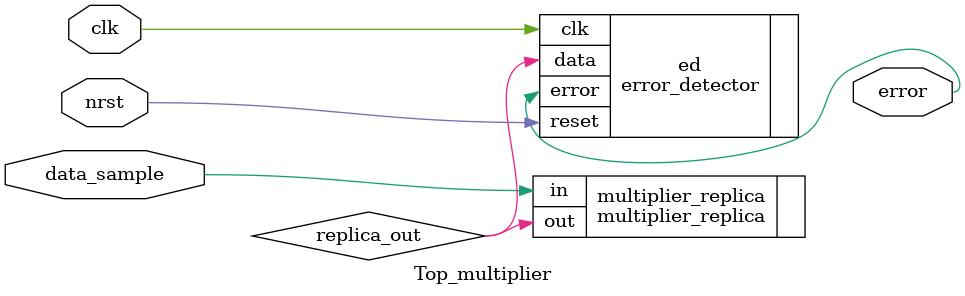
<source format=v>
module Top_multiplier (
    input clk,
    input nrst,
    input data_sample,
    output error
);

    wire replica_out;
    multiplier_replica multiplier_replica(
        .in(data_sample),
        .out(replica_out)
    );
    error_detector ed(
        .data(replica_out),
        .clk(clk),
        .reset(nrst),
        .error(error)
    ); 
endmodule
</source>
